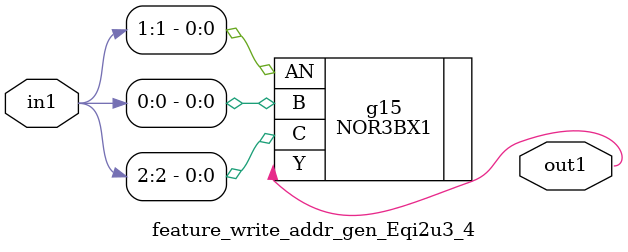
<source format=v>
`timescale 1ps / 1ps


module feature_write_addr_gen_Eqi2u3_4(in1, out1);
  input [2:0] in1;
  output out1;
  wire [2:0] in1;
  wire out1;
  NOR3BX1 g15(.AN (in1[1]), .B (in1[0]), .C (in1[2]), .Y (out1));
endmodule



</source>
